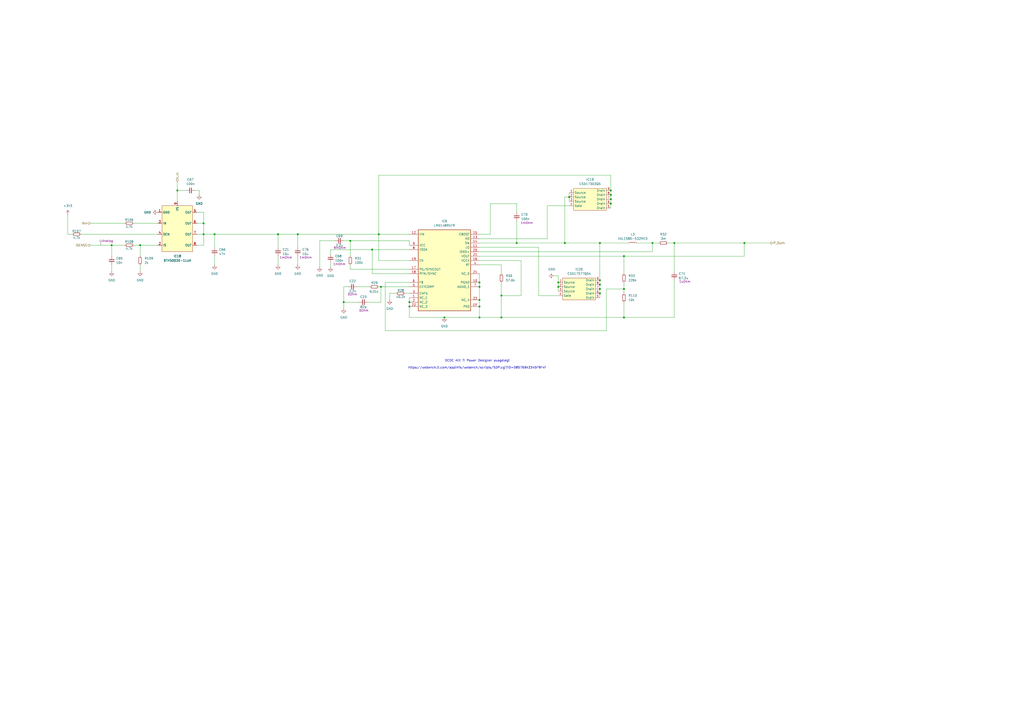
<source format=kicad_sch>
(kicad_sch (version 20231120) (generator "eeschema") (generator_version "8.0")
  (paper "A2")
  (title_block (title "PDU FT25") (date "2024-11-18") (rev "V1.0") (company "Janek Herm") (comment 1 "FaSTTUBe Electronics"))
  (lib_symbols
    (symbol "Device:C_Small" (pin_numbers hide) (pin_names (offset 0.254) hide)
      (property "Reference" "C" (at 0.254 1.778 0))
      (property "Value" "C_Small" (at 0.254 -2.032 0))
      (symbol "C_Small_0_1"
        (polyline (pts (xy -1.524 -0.508) (xy 1.524 -0.508)) (stroke (width 0.3302)))
        (polyline (pts (xy -1.524 0.508) (xy 1.524 0.508)) (stroke (width 0.3048)))
      )
      (symbol "C_Small_1_1"
        (pin passive line (at 0 2.54 270) (length 2.032) (name "~") (number "1"))
        (pin passive line (at 0 -2.54 90) (length 2.032) (name "~") (number "2"))
      )
    )
    (symbol "Device:L_Small" (pin_numbers hide) (pin_names (offset 0.254) hide)
      (property "Reference" "L" (at 0.762 1.016 0))
      (property "Value" "L_Small" (at 0.762 -1.016 0))
      (symbol "L_Small_0_1"
        (arc (start 0 -2.032) (mid 0.5058 -1.524) (end 0 -1.016))
        (arc (start 0 -1.016) (mid 0.5058 -0.508) (end 0 0))
        (arc (start 0 0) (mid 0.5058 0.508) (end 0 1.016))
        (arc (start 0 1.016) (mid 0.5058 1.524) (end 0 2.032))
      )
      (symbol "L_Small_1_1"
        (pin passive line (at 0 2.54 270) (length 0.508) (name "~") (number "1"))
        (pin passive line (at 0 -2.54 90) (length 0.508) (name "~") (number "2"))
      )
    )
    (symbol "Device:R_Small" (pin_numbers hide) (pin_names (offset 0.254) hide)
      (property "Reference" "R" (at 0.762 0.508 0))
      (property "Value" "R_Small" (at 0.762 -1.016 0))
      (symbol "R_Small_0_1"
        (rectangle (start -0.762 1.778) (end 0.762 -1.778) (stroke (width 0.2032)))
      )
      (symbol "R_Small_1_1"
        (pin passive line (at 0 2.54 270) (length 0.762) (name "~") (number "1"))
        (pin passive line (at 0 -2.54 90) (length 0.762) (name "~") (number "2"))
      )
    )
    (symbol "FaSTTUBe_Power-Switches:BTH50030-1LUA"
      (property "Reference" "IC" (at 0.254 -28.956 0))
      (property "Value" "BTH50030-1LUA" (at 0.508 -30.734 0))
      (symbol "BTH50030-1LUA_1_1"
        (rectangle (start -8.89 -1.27) (end 8.89 -27.94) (fill (type background)))
        (pin passive line (at -11.43 -5.08 0) (length 2.54) (name "GND") (number "1"))
        (pin output line (at -11.43 -24.13 0) (length 2.54) (name "IS") (number "2"))
        (pin input line (at -11.43 -11.43 0) (length 2.54) (name "IN") (number "3"))
        (pin input line (at -11.43 -17.78 0) (length 2.54) (name "DEN") (number "4"))
        (pin passive line (at 11.43 -5.08 180) (length 2.54) (name "OUT") (number "5"))
        (pin passive line (at 11.43 -11.43 180) (length 2.54) (name "OUT") (number "6"))
        (pin passive line (at 11.43 -17.78 180) (length 2.54) (name "OUT") (number "7"))
        (pin passive line (at 11.43 -24.13 180) (length 2.54) (name "OUT") (number "8"))
        (pin input line (at 0 1.27 270) (length 2.54) (name "VS") (number "9"))
      )
    )
    (symbol "FaSTTUBe_microcontrollers:CSD17303Q5"
      (property "Reference" "IC" (at -0.508 5.842 0))
      (property "Value" "CSD17303Q5" (at 0.254 3.81 0))
      (symbol "CSD17303Q5_0_0"
        (pin input line (at -12.7 0 0) (length 2.54) (name "Source") (number "1"))
        (pin input line (at -12.7 -2.54 0) (length 2.54) (name "Source") (number "2"))
        (pin input line (at -12.7 -5.08 0) (length 2.54) (name "Source") (number "3"))
        (pin input line (at -12.7 -7.62 0) (length 2.54) (name "Gate") (number "4"))
        (pin power_out line (at 11.43 -8.89 180) (length 2.54) (name "Drain") (number "5"))
        (pin passive line (at 11.43 -6.35 180) (length 2.54) (name "Drain") (number "6"))
        (pin passive line (at 11.43 -3.81 180) (length 2.54) (name "Drain") (number "7"))
        (pin passive line (at 11.43 -1.27 180) (length 2.54) (name "Drain") (number "8"))
      )
      (symbol "CSD17303Q5_1_1"
        (rectangle (start -10.16 2.54) (end 8.89 -10.16) (fill (type background)))
        (pin passive line (at 11.43 1.27 180) (length 2.54) (name "Drain") (number "9"))
      )
    )
    (symbol "FaSTTUBe_microcontrollers:CSD17577Q5A"
      (property "Reference" "IC" (at -0.508 5.842 0))
      (property "Value" "CSD17577Q5A" (at 0.254 3.81 0))
      (symbol "CSD17577Q5A_0_0"
        (pin input line (at -12.7 0 0) (length 2.54) (name "Source") (number "1"))
        (pin input line (at -12.7 -2.54 0) (length 2.54) (name "Source") (number "2"))
        (pin input line (at -12.7 -5.08 0) (length 2.54) (name "Source") (number "3"))
        (pin input line (at -12.7 -7.62 0) (length 2.54) (name "Gate") (number "4"))
        (pin power_out line (at 11.43 -8.89 180) (length 2.54) (name "Drain") (number "5"))
        (pin passive line (at 11.43 -6.35 180) (length 2.54) (name "Drain") (number "6"))
        (pin passive line (at 11.43 -3.81 180) (length 2.54) (name "Drain") (number "7"))
        (pin passive line (at 11.43 -1.27 180) (length 2.54) (name "Drain") (number "8"))
      )
      (symbol "CSD17577Q5A_1_1"
        (rectangle (start -10.16 2.54) (end 8.89 -10.16) (fill (type background)))
        (pin passive line (at 11.43 1.27 180) (length 2.54) (name "Drain") (number "9"))
      )
    )
    (symbol "LM5148RGYR:LM5148RGYR"
      (property "Reference" "IC" (at 36.83 17.78 0))
      (property "Value" "LM5148RGYR" (at 36.83 15.24 0))
      (symbol "LM5148RGYR_1_1"
        (rectangle (start 5.08 12.7) (end 35.56 -34.29) (stroke (width 0.254)) (fill (type background)))
        (pin passive line (at 0 -26.67 0) (length 5.08) (name "NC_1") (number "1"))
        (pin passive line (at 40.64 -17.78 180) (length 5.08) (name "PGND") (number "10"))
        (pin passive line (at 40.64 2.54 180) (length 5.08) (name "LO") (number "11"))
        (pin passive line (at 0 10.16 0) (length 5.08) (name "VIN") (number "12"))
        (pin passive line (at 40.64 7.62 180) (length 5.08) (name "HO") (number "13"))
        (pin passive line (at 40.64 5.08 180) (length 5.08) (name "SW") (number "14"))
        (pin passive line (at 40.64 10.16 180) (length 5.08) (name "CBOOT") (number "15"))
        (pin passive line (at 40.64 -5.08 180) (length 5.08) (name "VCCX") (number "16"))
        (pin passive line (at 0 -10.16 0) (length 5.08) (name "PG/SYNCOUT") (number "17"))
        (pin passive line (at 0 -12.7 0) (length 5.08) (name "PFM/SYNC") (number "18"))
        (pin passive line (at 0 -5.08 0) (length 5.08) (name "EN") (number "19"))
        (pin passive line (at 0 -29.21 0) (length 5.08) (name "NC_2") (number "2"))
        (pin passive line (at 40.64 0 180) (length 5.08) (name "ISNS+") (number "20"))
        (pin passive line (at 40.64 -2.54 180) (length 5.08) (name "VOUT") (number "21"))
        (pin passive line (at 0 -31.75 0) (length 5.08) (name "NC_3") (number "22"))
        (pin passive line (at 40.64 -27.94 180) (length 5.08) (name "NC_4") (number "23"))
        (pin passive line (at 40.64 -12.7 180) (length 5.08) (name "NC_5") (number "24"))
        (pin passive line (at 0 -24.13 0) (length 5.08) (name "CNFG") (number "3"))
        (pin passive line (at 40.64 -7.62 180) (length 5.08) (name "RT") (number "4"))
        (pin passive line (at 0 -20.32 0) (length 5.08) (name "EXTCOMP") (number "5"))
        (pin passive line (at 0 -17.78 0) (length 5.08) (name "FB") (number "6"))
        (pin passive line (at 40.64 -20.32 180) (length 5.08) (name "AGND_1") (number "7"))
        (pin passive line (at 0 1.27 0) (length 5.08) (name "VDDA") (number "8"))
        (pin passive line (at 0 3.81 0) (length 5.08) (name "VCC") (number "9"))
        (pin passive line (at 40.64 -31.75 180) (length 5.08) (name "PAD") (number "EP"))
      )
    )
    (symbol "power:+3V3" (power) (pin_numbers hide) (pin_names (offset 0) hide)
      (property "Value" "+3V3" (at 0 3.556 0))
      (symbol "+3V3_0_1"
        (polyline (pts (xy -0.762 1.27) (xy 0 2.54)))
        (polyline (pts (xy 0 0) (xy 0 2.54)))
        (polyline (pts (xy 0 2.54) (xy 0.762 1.27)))
      )
      (symbol "+3V3_1_1"
        (pin power_in line (at 0 0 90) (length 0) (name "~") (number "1"))
      )
    )
    (symbol "power:GND" (power) (pin_numbers hide) (pin_names (offset 0) hide)
      (property "Value" "GND" (at 0 -3.81 0))
      (symbol "GND_0_1"
        (polyline (pts (xy 0 0) (xy 0 -1.27) (xy 1.27 -1.27) (xy 0 -2.54) (xy -1.27 -1.27) (xy 0 -1.27)))
      )
      (symbol "GND_1_1"
        (pin power_in line (at 0 0 270) (length 0) (name "~") (number "1"))
      )
    )
  )
  (junction (at 378.46 140.97))
  (junction (at 199.39 175.26))
  (junction (at 347.98 140.97))
  (junction (at 278.13 184.15))
  (junction (at 354.33 115.57))
  (junction (at 347.98 167.64))
  (junction (at 124.46 135.89))
  (junction (at 323.85 163.83))
  (junction (at 347.98 162.56))
  (junction (at 278.13 163.83))
  (junction (at 237.49 175.26))
  (junction (at 219.71 135.89))
  (junction (at 299.72 140.97))
  (junction (at 290.83 184.15))
  (junction (at 257.81 184.15))
  (junction (at 278.13 173.99))
  (junction (at 237.49 177.8))
  (junction (at 278.13 166.37))
  (junction (at 330.2 114.3))
  (junction (at 278.13 177.8))
  (junction (at 361.95 184.15))
  (junction (at 220.98 166.37))
  (junction (at 391.16 140.97))
  (junction (at 361.95 167.64))
  (junction (at 118.11 135.89))
  (junction (at 290.83 171.45))
  (junction (at 327.66 140.97))
  (junction (at 203.2 139.7))
  (junction (at 361.95 148.59))
  (junction (at 172.72 135.89))
  (junction (at 354.33 113.03))
  (junction (at 81.28 142.24))
  (junction (at 215.9 144.78))
  (junction (at 354.33 110.49))
  (junction (at 323.85 166.37))
  (junction (at 347.98 165.1))
  (junction (at 347.98 170.18))
  (junction (at 64.77 142.24))
  (junction (at 354.33 118.11))
  (junction (at 102.87 110.49))
  (junction (at 118.11 129.54))
  (junction (at 431.8 140.97))
  (junction (at 161.29 135.89))
  (wire (pts (xy 52.07 142.24) (xy 64.77 142.24)))
  (wire (pts (xy 391.16 140.97) (xy 391.16 157.48)))
  (wire (pts (xy 237.49 156.21) (xy 203.2 156.21)))
  (wire (pts (xy 330.2 111.76) (xy 330.2 114.3)))
  (wire (pts (xy 102.87 110.49) (xy 102.87 116.84)))
  (wire (pts (xy 351.79 167.64) (xy 361.95 167.64)))
  (wire (pts (xy 278.13 177.8) (xy 278.13 173.99)))
  (wire (pts (xy 312.42 171.45) (xy 323.85 171.45)))
  (wire (pts (xy 52.07 129.54) (xy 72.39 129.54)))
  (wire (pts (xy 203.2 148.59) (xy 203.2 139.7)))
  (wire (pts (xy 172.72 135.89) (xy 172.72 143.51)))
  (wire (pts (xy 213.36 175.26) (xy 220.98 175.26)))
  (wire (pts (xy 161.29 148.59) (xy 161.29 153.67)))
  (wire (pts (xy 237.49 184.15) (xy 257.81 184.15)))
  (wire (pts (xy 278.13 135.89) (xy 284.48 135.89)))
  (wire (pts (xy 81.28 153.67) (xy 81.28 157.48)))
  (wire (pts (xy 191.77 144.78) (xy 215.9 144.78)))
  (wire (pts (xy 191.77 144.78) (xy 191.77 147.32)))
  (wire (pts (xy 378.46 140.97) (xy 382.27 140.97)))
  (wire (pts (xy 199.39 175.26) (xy 199.39 179.07)))
  (wire (pts (xy 185.42 139.7) (xy 194.31 139.7)))
  (wire (pts (xy 284.48 135.89) (xy 284.48 118.11)))
  (wire (pts (xy 215.9 158.75) (xy 215.9 144.78)))
  (wire (pts (xy 226.06 170.18) (xy 229.87 170.18)))
  (wire (pts (xy 102.87 105.41) (xy 102.87 110.49)))
  (wire (pts (xy 354.33 110.49) (xy 354.33 101.6)))
  (wire (pts (xy 118.11 142.24) (xy 114.3 142.24)))
  (wire (pts (xy 284.48 118.11) (xy 299.72 118.11)))
  (wire (pts (xy 199.39 166.37) (xy 201.93 166.37)))
  (wire (pts (xy 278.13 153.67) (xy 290.83 153.67)))
  (wire (pts (xy 237.49 139.7) (xy 237.49 142.24)))
  (wire (pts (xy 361.95 184.15) (xy 391.16 184.15)))
  (wire (pts (xy 278.13 151.13) (xy 302.26 151.13)))
  (wire (pts (xy 46.99 135.89) (xy 91.44 135.89)))
  (wire (pts (xy 214.63 166.37) (xy 207.01 166.37)))
  (wire (pts (xy 118.11 135.89) (xy 118.11 142.24)))
  (wire (pts (xy 39.37 135.89) (xy 41.91 135.89)))
  (wire (pts (xy 81.28 142.24) (xy 77.47 142.24)))
  (wire (pts (xy 290.83 184.15) (xy 361.95 184.15)))
  (wire (pts (xy 115.57 110.49) (xy 115.57 113.03)))
  (wire (pts (xy 347.98 170.18) (xy 347.98 172.72)))
  (wire (pts (xy 323.85 168.91) (xy 323.85 166.37)))
  (wire (pts (xy 278.13 138.43) (xy 317.5 138.43)))
  (wire (pts (xy 347.98 140.97) (xy 347.98 162.56)))
  (wire (pts (xy 191.77 152.4) (xy 191.77 154.94)))
  (wire (pts (xy 323.85 163.83) (xy 323.85 160.02)))
  (wire (pts (xy 64.77 142.24) (xy 64.77 148.59)))
  (wire (pts (xy 299.72 128.27) (xy 299.72 140.97)))
  (wire (pts (xy 278.13 184.15) (xy 290.83 184.15)))
  (wire (pts (xy 317.5 138.43) (xy 317.5 119.38)))
  (wire (pts (xy 323.85 166.37) (xy 323.85 163.83)))
  (wire (pts (xy 361.95 148.59) (xy 431.8 148.59)))
  (wire (pts (xy 114.3 135.89) (xy 118.11 135.89)))
  (wire (pts (xy 299.72 118.11) (xy 299.72 123.19)))
  (wire (pts (xy 312.42 143.51) (xy 312.42 171.45)))
  (wire (pts (xy 354.33 113.03) (xy 354.33 110.49)))
  (wire (pts (xy 199.39 166.37) (xy 199.39 175.26)))
  (wire (pts (xy 361.95 167.64) (xy 361.95 170.18)))
  (wire (pts (xy 327.66 114.3) (xy 327.66 140.97)))
  (wire (pts (xy 118.11 123.19) (xy 118.11 129.54)))
  (wire (pts (xy 317.5 119.38) (xy 330.2 119.38)))
  (wire (pts (xy 351.79 191.77) (xy 351.79 167.64)))
  (wire (pts (xy 278.13 146.05) (xy 378.46 146.05)))
  (wire (pts (xy 237.49 175.26) (xy 237.49 177.8)))
  (wire (pts (xy 290.83 153.67) (xy 290.83 158.75)))
  (wire (pts (xy 431.8 140.97) (xy 447.04 140.97)))
  (wire (pts (xy 102.87 110.49) (xy 107.95 110.49)))
  (wire (pts (xy 77.47 129.54) (xy 91.44 129.54)))
  (wire (pts (xy 172.72 135.89) (xy 219.71 135.89)))
  (wire (pts (xy 172.72 148.59) (xy 172.72 153.67)))
  (wire (pts (xy 226.06 173.99) (xy 226.06 170.18)))
  (wire (pts (xy 223.52 191.77) (xy 351.79 191.77)))
  (wire (pts (xy 391.16 162.56) (xy 391.16 184.15)))
  (wire (pts (xy 199.39 139.7) (xy 203.2 139.7)))
  (wire (pts (xy 203.2 139.7) (xy 237.49 139.7)))
  (wire (pts (xy 312.42 143.51) (xy 278.13 143.51)))
  (wire (pts (xy 237.49 144.78) (xy 215.9 144.78)))
  (wire (pts (xy 237.49 151.13) (xy 219.71 151.13)))
  (wire (pts (xy 114.3 129.54) (xy 118.11 129.54)))
  (wire (pts (xy 114.3 123.19) (xy 118.11 123.19)))
  (wire (pts (xy 369.57 140.97) (xy 378.46 140.97)))
  (wire (pts (xy 278.13 163.83) (xy 278.13 166.37)))
  (wire (pts (xy 278.13 148.59) (xy 361.95 148.59)))
  (wire (pts (xy 278.13 166.37) (xy 278.13 173.99)))
  (wire (pts (xy 361.95 148.59) (xy 361.95 158.75)))
  (wire (pts (xy 290.83 171.45) (xy 290.83 184.15)))
  (wire (pts (xy 81.28 142.24) (xy 91.44 142.24)))
  (wire (pts (xy 113.03 110.49) (xy 115.57 110.49)))
  (wire (pts (xy 378.46 146.05) (xy 378.46 140.97)))
  (wire (pts (xy 64.77 153.67) (xy 64.77 157.48)))
  (wire (pts (xy 220.98 166.37) (xy 237.49 166.37)))
  (wire (pts (xy 354.33 115.57) (xy 354.33 113.03)))
  (wire (pts (xy 347.98 167.64) (xy 347.98 170.18)))
  (wire (pts (xy 199.39 175.26) (xy 208.28 175.26)))
  (wire (pts (xy 219.71 135.89) (xy 219.71 101.6)))
  (wire (pts (xy 387.35 140.97) (xy 391.16 140.97)))
  (wire (pts (xy 237.49 163.83) (xy 223.52 163.83)))
  (wire (pts (xy 431.8 140.97) (xy 431.8 148.59)))
  (wire (pts (xy 219.71 135.89) (xy 237.49 135.89)))
  (wire (pts (xy 290.83 163.83) (xy 290.83 171.45)))
  (wire (pts (xy 72.39 142.24) (xy 64.77 142.24)))
  (wire (pts (xy 347.98 140.97) (xy 364.49 140.97)))
  (wire (pts (xy 237.49 177.8) (xy 237.49 184.15)))
  (wire (pts (xy 219.71 151.13) (xy 219.71 135.89)))
  (wire (pts (xy 118.11 135.89) (xy 124.46 135.89)))
  (wire (pts (xy 347.98 165.1) (xy 347.98 167.64)))
  (wire (pts (xy 124.46 135.89) (xy 161.29 135.89)))
  (wire (pts (xy 347.98 162.56) (xy 347.98 165.1)))
  (wire (pts (xy 223.52 163.83) (xy 223.52 191.77)))
  (wire (pts (xy 81.28 148.59) (xy 81.28 142.24)))
  (wire (pts (xy 237.49 172.72) (xy 237.49 175.26)))
  (wire (pts (xy 124.46 148.59) (xy 124.46 153.67)))
  (wire (pts (xy 299.72 140.97) (xy 327.66 140.97)))
  (wire (pts (xy 234.95 170.18) (xy 237.49 170.18)))
  (wire (pts (xy 354.33 118.11) (xy 354.33 115.57)))
  (wire (pts (xy 161.29 135.89) (xy 172.72 135.89)))
  (wire (pts (xy 330.2 114.3) (xy 330.2 116.84)))
  (wire (pts (xy 327.66 140.97) (xy 347.98 140.97)))
  (wire (pts (xy 161.29 135.89) (xy 161.29 143.51)))
  (wire (pts (xy 203.2 156.21) (xy 203.2 153.67)))
  (wire (pts (xy 278.13 184.15) (xy 278.13 177.8)))
  (wire (pts (xy 219.71 166.37) (xy 220.98 166.37)))
  (wire (pts (xy 124.46 135.89) (xy 124.46 143.51)))
  (wire (pts (xy 118.11 129.54) (xy 118.11 135.89)))
  (wire (pts (xy 361.95 163.83) (xy 361.95 167.64)))
  (wire (pts (xy 185.42 154.94) (xy 185.42 139.7)))
  (wire (pts (xy 327.66 114.3) (xy 330.2 114.3)))
  (wire (pts (xy 220.98 175.26) (xy 220.98 166.37)))
  (wire (pts (xy 39.37 124.46) (xy 39.37 135.89)))
  (wire (pts (xy 361.95 175.26) (xy 361.95 184.15)))
  (wire (pts (xy 321.31 160.02) (xy 323.85 160.02)))
  (wire (pts (xy 278.13 140.97) (xy 299.72 140.97)))
  (wire (pts (xy 302.26 151.13) (xy 302.26 171.45)))
  (wire (pts (xy 219.71 101.6) (xy 354.33 101.6)))
  (wire (pts (xy 354.33 120.65) (xy 354.33 118.11)))
  (wire (pts (xy 237.49 158.75) (xy 215.9 158.75)))
  (wire (pts (xy 278.13 158.75) (xy 278.13 163.83)))
  (wire (pts (xy 302.26 171.45) (xy 290.83 171.45)))
  (wire (pts (xy 391.16 140.97) (xy 431.8 140.97)))
  (wire (pts (xy 257.81 184.15) (xy 278.13 184.15)))
  (text "DCDC mit TI Power Designer ausgelegt\n\nhttps://webench.ti.com/appinfo/webench/scripts/SDP.cgi?ID=D85769A3345F9F4F" (at 276.86 211.328 0) (effects (font (size 1.27 1.27))))
  (hierarchical_label "P_Out4" (shape output) (at 447.04 140.97 0))
  (hierarchical_label "V_In" (shape input) (at 102.87 105.41 90))
  (hierarchical_label "ISENSE" (shape output) (at 52.07 142.24 180))
  (hierarchical_label "IN4" (shape output) (at 52.07 129.54 180))
  (netclass_flag "" (length 2.54) (shape round) (at 58.42 142.24 0) (property "Netclass" "Analog" (at 59.1185 139.7 0) (effects (font (italic yes)) (justify left))))
  (symbol (lib_id "FaSTTUBe_microcontrollers:CSD17303Q5") (at 342.9 111.76 0) (unit 1)
    (property "Reference" "IC19" (at 342.265 104.14 0))
    (property "Value" "CSD17303Q5" (at 342.265 106.68 0))
    (property "Footprint" "CSD17303Q5:CSD17303Q5" (effects (hide yes)))
    (property "Datasheet" "https://www.ti.com/lit/ds/symlink/csd17303q5.pdf" (effects (hide yes)))
  )
  (symbol (lib_id "power:GND") (at 161.29 153.67 0) (unit 1)
    (property "Reference" "#PWR060" (effects (hide yes)))
    (property "Value" "GND" (at 161.29 158.75 0))
    (property "Description" "Power symbol creates a global label with name \"GND\" , ground" (effects (hide yes)))
  )
  (symbol (lib_id "power:GND") (at 226.06 173.99 0) (unit 1)
    (property "Reference" "#PWR061" (effects (hide yes)))
    (property "Value" "GND" (at 226.06 179.07 0))
    (property "Description" "Power symbol creates a global label with name \"GND\" , ground" (effects (hide yes)))
  )
  (symbol (lib_id "power:GND") (at 199.39 179.07 0) (unit 1)
    (property "Reference" "#PWR062" (effects (hide yes)))
    (property "Value" "GND" (at 199.39 184.15 0))
    (property "Description" "Power symbol creates a global label with name \"GND\" , ground" (effects (hide yes)))
  )
  (symbol (lib_id "Device:R_Small") (at 232.41 170.18 90) (unit 1)
    (property "Reference" "R28" (at 234.4419 168.402 90) (effects (justify left)))
    (property "Value" "40.2k" (at 235.2039 172.212 90) (effects (justify left)))
    (property "Footprint" "Resistor_SMD:R_0603_1608Metric_Pad0.98x0.95mm_HandSolder" (effects (hide yes)))
    (property "Description" "Resistor, small symbol" (effects (hide yes)))
  )
  (symbol (lib_id "Device:R_Small") (at 44.45 135.89 90) (unit 1)
    (property "Reference" "R107" (at 44.45 134.112 90))
    (property "Value" "4.7k" (at 44.45 137.922 90))
    (property "Description" "Resistor, small symbol" (effects (hide yes)))
  )
  (symbol (lib_id "power:GND") (at 191.77 154.94 0) (unit 1)
    (property "Reference" "#PWR063" (effects (hide yes)))
    (property "Value" "GND" (at 191.77 160.02 0))
    (property "Description" "Power symbol creates a global label with name \"GND\" , ground" (effects (hide yes)))
  )
  (symbol (lib_id "Device:C_Small") (at 391.16 160.02 0) (unit 1)
    (property "Reference" "C71" (at 393.7 158.7562 0) (effects (justify left)))
    (property "Value" "67.3u" (at 393.7 161.2962 0) (effects (justify left)))
    (property "Footprint" "Capacitor_SMD:C_1206_3216Metric_Pad1.33x1.80mm_HandSolder" (effects (hide yes)))
    (property "Description" "Unpolarized capacitor, small symbol" (effects (hide yes)))
    (property "Resistance" "1uOhm" (at 397.256 163.322 0))
  )
  (symbol (lib_id "power:GND") (at 81.28 157.48 0) (unit 1)
    (property "Reference" "#PWR0142" (effects (hide yes)))
    (property "Value" "GND" (at 81.28 162.56 0))
    (property "Description" "Power symbol creates a global label with name \"GND\" , ground" (effects (hide yes)))
  )
  (symbol (lib_id "power:GND") (at 185.42 154.94 0) (unit 1)
    (property "Reference" "#PWR065" (effects (hide yes)))
    (property "Value" "GND" (at 183.388 159.7659 0) (effects (justify left)))
    (property "Description" "Power symbol creates a global label with name \"GND\" , ground" (effects (hide yes)))
  )
  (symbol (lib_id "Device:R_Small") (at 203.2 151.13 0) (unit 1)
    (property "Reference" "R31" (at 205.74 149.8599 0) (effects (justify left)))
    (property "Value" "100k" (at 205.74 152.3999 0) (effects (justify left)))
    (property "Footprint" "Resistor_SMD:R_0603_1608Metric_Pad0.98x0.95mm_HandSolder" (effects (hide yes)))
    (property "Description" "Resistor, small symbol" (effects (hide yes)))
  )
  (symbol (lib_id "LM5148RGYR:LM5148RGYR") (at 237.49 146.05 0) (unit 1)
    (property "Reference" "IC6" (at 257.81 128.27 0))
    (property "Value" "LM5148RGYR" (at 257.81 130.81 0))
    (property "Footprint" "LM5148RGYR" (effects (hide yes)))
    (property "Datasheet" "https://www.ti.com/lit/ds/symlink/lm5148.pdf?ts=1680990210570&ref_url=https%253A%252F%252Fwww.ti.com%252Fproduct%252FLM5148" (effects (hide yes)))
    (property "Description" "Switching Controllers 3.5-V to 80-V, current mode synchronous buck controller" (effects (hide yes)))
    (property "Height" "1" (effects (hide yes)))
    (property "Mouser Part Number" "595-LM5148RGYR" (effects (hide yes)))
    (property "Mouser Price/Stock" "https://www.mouser.co.uk/ProductDetail/Texas-Instruments/LM5148RGYR?qs=Jm2GQyTW%2FbgsJOyzcNbTmw%3D%3D" (effects (hide yes)))
    (property "Manufacturer_Name" "Texas Instruments" (effects (hide yes)))
    (property "Manufacturer_Part_Number" "LM5148RGYR" (effects (hide yes)))
  )
  (symbol (lib_id "Device:C_Small") (at 64.77 151.13 0) (unit 1)
    (property "Reference" "C65" (at 67.31 149.8662 0) (effects (justify left)))
    (property "Value" "10n" (at 67.31 152.4062 0) (effects (justify left)))
    (property "Description" "Unpolarized capacitor, small symbol" (effects (hide yes)))
  )
  (symbol (lib_id "power:GND") (at 172.72 153.67 0) (unit 1)
    (property "Reference" "#PWR0147" (effects (hide yes)))
    (property "Value" "GND" (at 172.72 158.75 0))
    (property "Description" "Power symbol creates a global label with name \"GND\" , ground" (effects (hide yes)))
  )
  (symbol (lib_id "Device:R_Small") (at 217.17 166.37 270) (unit 1)
    (property "Reference" "R29" (at 219.2019 164.084 90) (effects (justify right)))
    (property "Value" "9.31k" (at 219.7099 169.164 90) (effects (justify right)))
    (property "Footprint" "Resistor_SMD:R_0603_1608Metric_Pad0.98x0.95mm_HandSolder" (effects (hide yes)))
    (property "Description" "Resistor, small symbol" (effects (hide yes)))
  )
  (symbol (lib_id "Device:R_Small") (at 74.93 129.54 90) (unit 1)
    (property "Reference" "R106" (at 74.93 127.508 90))
    (property "Value" "4.7k" (at 74.93 131.572 90))
    (property "Description" "Resistor, small symbol" (effects (hide yes)))
  )
  (symbol (lib_id "Device:C_Small") (at 204.47 166.37 90) (unit 1)
    (property "Reference" "C22" (at 206.5082 163.068 90) (effects (justify left)))
    (property "Value" "2.2n" (at 206.7622 168.91 90) (effects (justify left)))
    (property "Footprint" "Capacitor_SMD:C_0805_2012Metric_Pad1.18x1.45mm_HandSolder" (effects (hide yes)))
    (property "Description" "Unpolarized capacitor, small symbol" (effects (hide yes)))
    (property "Resistance" "0Ohm" (at 204.47 170.688 90))
  )
  (symbol (lib_id "Device:C_Small") (at 191.77 149.86 0) (unit 1)
    (property "Reference" "C68" (at 194.31 148.5962 0) (effects (justify left)))
    (property "Value" "100n" (at 194.31 151.1362 0) (effects (justify left)))
    (property "Footprint" "Capacitor_SMD:C_0402_1005Metric_Pad0.74x0.62mm_HandSolder" (effects (hide yes)))
    (property "Description" "Unpolarized capacitor, small symbol" (effects (hide yes)))
    (property "Resistance" "1mOhm" (at 196.85 153.162 0))
  )
  (symbol (lib_id "Device:C_Small") (at 196.85 139.7 90) (unit 1)
    (property "Reference" "C69" (at 196.8563 136.906 90))
    (property "Value" "2.2u" (at 196.8563 142.24 90))
    (property "Footprint" "Capacitor_SMD:C_0603_1608Metric_Pad1.08x0.95mm_HandSolder" (effects (hide yes)))
    (property "Description" "Unpolarized capacitor, small symbol" (effects (hide yes)))
    (property "Resistance" "9mOhm" (at 197.104 143.764 90))
  )
  (symbol (lib_id "power:GND") (at 91.44 123.19 270) (unit 1)
    (property "Reference" "#PWR0144" (effects (hide yes)))
    (property "Value" "GND" (at 87.63 123.1899 90) (effects (justify right)))
    (property "Description" "Power symbol creates a global label with name \"GND\" , ground" (effects (hide yes)))
  )
  (symbol (lib_id "power:GND") (at 124.46 153.67 0) (unit 1)
    (property "Reference" "#PWR0145" (effects (hide yes)))
    (property "Value" "GND" (at 124.46 158.75 0))
    (property "Description" "Power symbol creates a global label with name \"GND\" , ground" (effects (hide yes)))
  )
  (symbol (lib_id "Device:C_Small") (at 210.82 175.26 270) (unit 1)
    (property "Reference" "C23" (at 210.8136 172.212 90))
    (property "Value" "82p" (at 210.8136 178.054 90))
    (property "Footprint" "Capacitor_SMD:C_0805_2012Metric_Pad1.18x1.45mm_HandSolder" (effects (hide yes)))
    (property "Description" "Unpolarized capacitor, small symbol" (effects (hide yes)))
    (property "Resistance" "0Ohm" (at 211.074 180.086 90))
  )
  (symbol (lib_id "FaSTTUBe_microcontrollers:CSD17577Q5A") (at 336.55 163.83 0) (unit 1)
    (property "Reference" "IC20" (at 335.915 156.21 0))
    (property "Value" "CSD17577Q5A" (at 335.915 158.75 0))
    (property "Footprint" "CSD17303Q5:CSD17303Q5" (effects (hide yes)))
    (property "Datasheet" "https://www.ti.com/lit/ds/symlink/csd17577q5a.pdf" (effects (hide yes)))
  )
  (symbol (lib_id "Device:C_Small") (at 172.72 146.05 0) (unit 1)
    (property "Reference" "C76" (at 175.26 144.7862 0) (effects (justify left)))
    (property "Value" "10u" (at 175.26 147.3262 0) (effects (justify left)))
    (property "Footprint" "Capacitor_SMD:C_1210_3225Metric_Pad1.33x2.70mm_HandSolder" (effects (hide yes)))
    (property "Description" "Unpolarized capacitor, small symbol" (effects (hide yes)))
    (property "Resistance" "1mOhm" (at 177.292 149.352 0))
  )
  (symbol (lib_id "power:+3V3") (at 39.37 124.46 0) (unit 1)
    (property "Reference" "#PWR0143" (effects (hide yes)))
    (property "Value" "+3V3" (at 39.37 119.38 0))
    (property "Description" "Power symbol creates a global label with name \"+3V3\"" (effects (hide yes)))
  )
  (symbol (lib_id "Device:L_Small") (at 367.03 140.97 90) (unit 1)
    (property "Reference" "L3" (at 367.03 135.89 90))
    (property "Value" "XAL1580-532MED" (at 367.03 138.43 90))
    (property "Datasheet" "https://www.coilcraft.com/getmedia/7fdfd306-5217-4ddc-b6b7-a2659ceeb6e3/xal1580.pdf" (effects (hide yes)))
    (property "Description" "Inductor, small symbol" (effects (hide yes)))
  )
  (symbol (lib_id "FaSTTUBe_Power-Switches:BTH50030-1LUA") (at 102.87 118.11 0) (unit 1)
    (property "Reference" "IC18" (at 102.87 148.59 0))
    (property "Value" "BTH50030-1LUA" (at 102.87 151.13 0))
    (property "Footprint" "PG-HSOF-8-5:PG-HSOF-8_INF" (effects (hide yes)))
    (property "Datasheet" "https://www.infineon.com/dgdl/Infineon-Infineon-BTH50030-1LUA_Data_Sheet-DataSheet-v01_01-EN.pdf?fileId=8ac78c8c8e7ead30018ec6a9ebae4324" (effects (hide yes)))
  )
  (symbol (lib_id "power:GND") (at 115.57 113.03 0) (unit 1)
    (property "Reference" "#PWR0146" (effects (hide yes)))
    (property "Value" "GND" (at 115.57 118.11 0))
    (property "Description" "Power symbol creates a global label with name \"GND\" , ground" (effects (hide yes)))
  )
  (symbol (lib_id "Device:R_Small") (at 290.83 161.29 180) (unit 1)
    (property "Reference" "R30" (at 293.37 160.0199 0) (effects (justify right)))
    (property "Value" "57.6k" (at 293.37 162.5599 0) (effects (justify right)))
    (property "Footprint" "Resistor_SMD:R_0603_1608Metric_Pad0.98x0.95mm_HandSolder" (effects (hide yes)))
    (property "Description" "Resistor, small symbol" (effects (hide yes)))
  )
  (symbol (lib_id "Device:C_Small") (at 161.29 146.05 0) (unit 1)
    (property "Reference" "C21" (at 163.83 144.7862 0) (effects (justify left)))
    (property "Value" "10u" (at 163.83 147.3262 0) (effects (justify left)))
    (property "Footprint" "Capacitor_SMD:C_1210_3225Metric_Pad1.33x2.70mm_HandSolder" (effects (hide yes)))
    (property "Description" "Unpolarized capacitor, small symbol" (effects (hide yes)))
    (property "Resistance" "1mOhm" (at 165.862 149.352 0))
  )
  (symbol (lib_id "Device:R_Small") (at 81.28 151.13 180) (unit 1)
    (property "Reference" "R109" (at 83.82 149.8599 0) (effects (justify right)))
    (property "Value" "2k" (at 83.82 152.3999 0) (effects (justify right)))
    (property "Description" "Resistor, small symbol" (effects (hide yes)))
  )
  (symbol (lib_id "Device:C_Small") (at 110.49 110.49 90) (unit 1)
    (property "Reference" "C67" (at 110.4963 104.14 90))
    (property "Value" "100n" (at 110.4963 106.68 90))
    (property "Description" "Unpolarized capacitor, small symbol" (effects (hide yes)))
  )
  (symbol (lib_id "Device:R_Small") (at 74.93 142.24 90) (unit 1)
    (property "Reference" "R108" (at 74.93 140.208 90))
    (property "Value" "4.7k" (at 74.93 144.272 90))
    (property "Description" "Resistor, small symbol" (effects (hide yes)))
  )
  (symbol (lib_id "Device:R_Small") (at 361.95 172.72 0) (unit 1)
    (property "Reference" "R110" (at 364.49 171.4499 0) (effects (justify left)))
    (property "Value" "10k" (at 364.49 173.9899 0) (effects (justify left)))
    (property "Footprint" "Resistor_SMD:R_0603_1608Metric_Pad0.98x0.95mm_HandSolder" (effects (hide yes)))
    (property "Description" "Resistor, small symbol" (effects (hide yes)))
  )
  (symbol (lib_id "Device:C_Small") (at 124.46 146.05 0) (unit 1)
    (property "Reference" "C66" (at 127 144.7862 0) (effects (justify left)))
    (property "Value" "47n" (at 127 147.3262 0) (effects (justify left)))
    (property "Description" "Unpolarized capacitor, small symbol" (effects (hide yes)))
  )
  (symbol (lib_id "Device:C_Small") (at 299.72 125.73 0) (unit 1)
    (property "Reference" "C70" (at 302.26 124.4662 0) (effects (justify left)))
    (property "Value" "100n" (at 302.26 127.0062 0) (effects (justify left)))
    (property "Footprint" "Capacitor_SMD:C_0402_1005Metric_Pad0.74x0.62mm_HandSolder" (effects (hide yes)))
    (property "Description" "Unpolarized capacitor, small symbol" (effects (hide yes)))
    (property "Resistance" "1mOhm" (at 305.562 129.286 0))
  )
  (symbol (lib_id "Device:R_Small") (at 384.81 140.97 90) (unit 1)
    (property "Reference" "R32" (at 384.81 135.89 90))
    (property "Value" "3m" (at 384.81 138.43 90))
    (property "Description" "Resistor, small symbol" (effects (hide yes)))
  )
  (symbol (lib_id "Device:R_Small") (at 361.95 161.29 0) (unit 1)
    (property "Reference" "R33" (at 364.49 160.0199 0) (effects (justify left)))
    (property "Value" "226k" (at 364.49 162.5599 0) (effects (justify left)))
    (property "Footprint" "Resistor_SMD:R_0603_1608Metric_Pad0.98x0.95mm_HandSolder" (effects (hide yes)))
    (property "Description" "Resistor, small symbol" (effects (hide yes)))
  )
  (symbol (lib_id "power:GND") (at 64.77 157.48 0) (unit 1)
    (property "Reference" "#PWR0141" (effects (hide yes)))
    (property "Value" "GND" (at 64.77 162.56 0))
    (property "Description" "Power symbol creates a global label with name \"GND\" , ground" (effects (hide yes)))
  )
  (symbol (lib_id "power:GND") (at 257.81 184.15 0) (unit 1)
    (property "Reference" "#PWR064" (effects (hide yes)))
    (property "Value" "GND" (at 257.81 189.23 0))
    (property "Description" "Power symbol creates a global label with name \"GND\" , ground" (effects (hide yes)))
  )
  (symbol (lib_id "power:GND") (at 321.31 160.02 270) (unit 1)
    (property "Reference" "#PWR066" (effects (hide yes)))
    (property "Value" "GND" (at 320.04 156.21 90))
    (property "Description" "Power symbol creates a global label with name \"GND\" , ground" (effects (hide yes)))
  )
)
</source>
